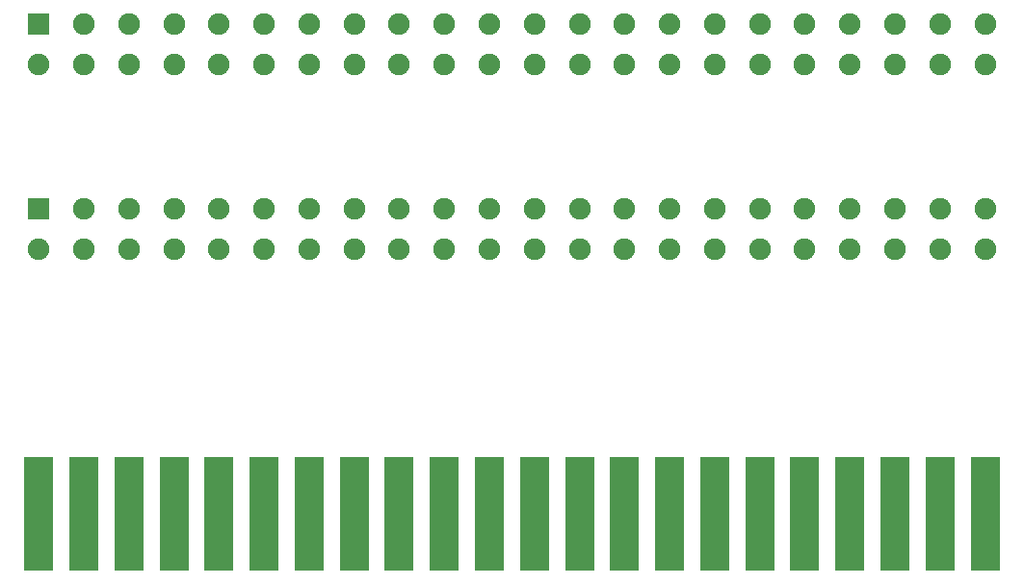
<source format=gts>
G04 #@! TF.GenerationSoftware,KiCad,Pcbnew,(5.1.12)-1*
G04 #@! TF.CreationDate,2022-10-28T14:50:11+01:00*
G04 #@! TF.ProjectId,Apple-1 riser,4170706c-652d-4312-9072-697365722e6b,rev?*
G04 #@! TF.SameCoordinates,Original*
G04 #@! TF.FileFunction,Soldermask,Top*
G04 #@! TF.FilePolarity,Negative*
%FSLAX46Y46*%
G04 Gerber Fmt 4.6, Leading zero omitted, Abs format (unit mm)*
G04 Created by KiCad (PCBNEW (5.1.12)-1) date 2022-10-28 14:50:11*
%MOMM*%
%LPD*%
G01*
G04 APERTURE LIST*
%ADD10C,1.905000*%
%ADD11R,1.905000X1.905000*%
%ADD12R,2.540000X10.000000*%
G04 APERTURE END LIST*
D10*
X188160000Y-102000000D03*
X184200000Y-102000000D03*
X180240000Y-102000000D03*
X176280000Y-102000000D03*
X172320000Y-102000000D03*
X168360000Y-102000000D03*
X164400000Y-102000000D03*
X160440000Y-102000000D03*
X156480000Y-102000000D03*
X152520000Y-102000000D03*
X148560000Y-102000000D03*
X144600000Y-102000000D03*
X140640000Y-102000000D03*
X136680000Y-102000000D03*
X132720000Y-102000000D03*
X128760000Y-102000000D03*
X124800000Y-102000000D03*
X120840000Y-102000000D03*
X116880000Y-102000000D03*
X112920000Y-102000000D03*
X108960000Y-102000000D03*
X105000000Y-102000000D03*
X188160000Y-98440000D03*
X184200000Y-98440000D03*
X180240000Y-98440000D03*
X176280000Y-98440000D03*
X172320000Y-98440000D03*
X168360000Y-98440000D03*
X164400000Y-98440000D03*
X160440000Y-98440000D03*
X156480000Y-98440000D03*
X152520000Y-98440000D03*
X148560000Y-98440000D03*
X144600000Y-98440000D03*
X140640000Y-98440000D03*
X136680000Y-98440000D03*
X132720000Y-98440000D03*
X128760000Y-98440000D03*
X124800000Y-98440000D03*
X120840000Y-98440000D03*
X116880000Y-98440000D03*
X112920000Y-98440000D03*
X108960000Y-98440000D03*
D11*
X105000000Y-98440000D03*
D10*
X188160000Y-118250000D03*
X184200000Y-118250000D03*
X180240000Y-118250000D03*
X176280000Y-118250000D03*
X172320000Y-118250000D03*
X168360000Y-118250000D03*
X164400000Y-118250000D03*
X160440000Y-118250000D03*
X156480000Y-118250000D03*
X152520000Y-118250000D03*
X148560000Y-118250000D03*
X144600000Y-118250000D03*
X140640000Y-118250000D03*
X136680000Y-118250000D03*
X132720000Y-118250000D03*
X128760000Y-118250000D03*
X124800000Y-118250000D03*
X120840000Y-118250000D03*
X116880000Y-118250000D03*
X112920000Y-118250000D03*
X108960000Y-118250000D03*
X105000000Y-118250000D03*
X188160000Y-114690000D03*
X184200000Y-114690000D03*
X180240000Y-114690000D03*
X176280000Y-114690000D03*
X172320000Y-114690000D03*
X168360000Y-114690000D03*
X164400000Y-114690000D03*
X160440000Y-114690000D03*
X156480000Y-114690000D03*
X152520000Y-114690000D03*
X148560000Y-114690000D03*
X144600000Y-114690000D03*
X140640000Y-114690000D03*
X136680000Y-114690000D03*
X132720000Y-114690000D03*
X128760000Y-114690000D03*
X124800000Y-114690000D03*
X120840000Y-114690000D03*
X116880000Y-114690000D03*
X112920000Y-114690000D03*
X108960000Y-114690000D03*
D11*
X105000000Y-114690000D03*
D12*
X105000000Y-141540000D03*
X108960000Y-141540000D03*
X112920000Y-141540000D03*
X116880000Y-141540000D03*
X120840000Y-141540000D03*
X124800000Y-141540000D03*
X128760000Y-141540000D03*
X132720000Y-141540000D03*
X136680000Y-141540000D03*
X140640000Y-141540000D03*
X144600000Y-141540000D03*
X148560000Y-141540000D03*
X152520000Y-141540000D03*
X156480000Y-141540000D03*
X160440000Y-141540000D03*
X164400000Y-141540000D03*
X168360000Y-141540000D03*
X172320000Y-141540000D03*
X176280000Y-141540000D03*
X180240000Y-141540000D03*
X184200000Y-141540000D03*
X188160000Y-141540000D03*
M02*

</source>
